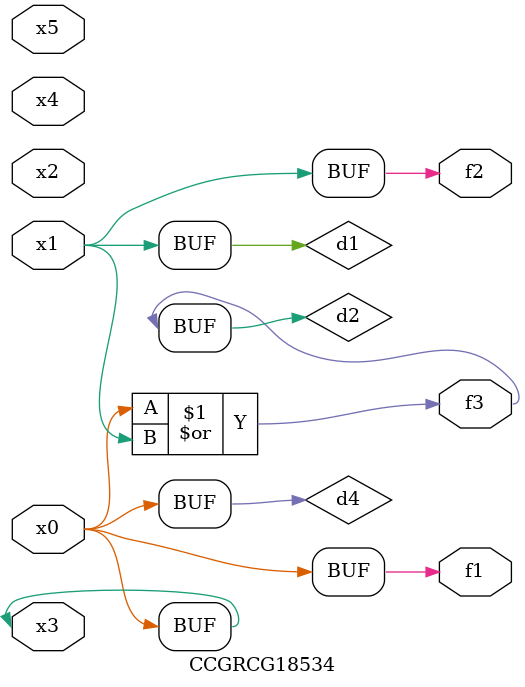
<source format=v>
module CCGRCG18534(
	input x0, x1, x2, x3, x4, x5,
	output f1, f2, f3
);

	wire d1, d2, d3, d4;

	and (d1, x1);
	or (d2, x0, x1);
	nand (d3, x0, x5);
	buf (d4, x0, x3);
	assign f1 = d4;
	assign f2 = d1;
	assign f3 = d2;
endmodule

</source>
